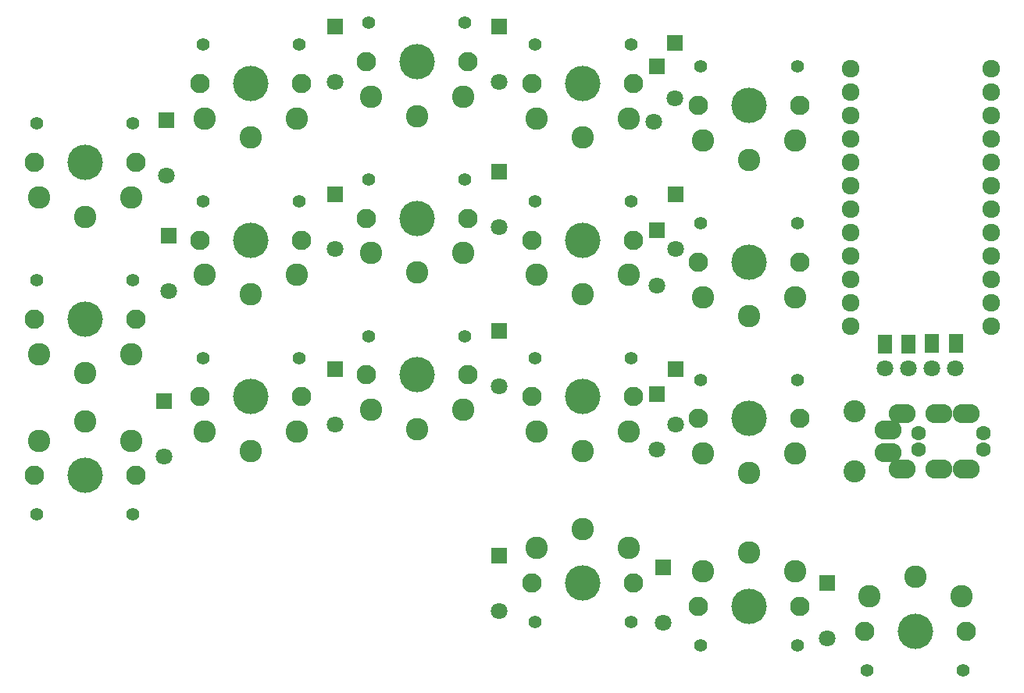
<source format=gts>
G04 #@! TF.GenerationSoftware,KiCad,Pcbnew,(5.1.4-0-10_14)*
G04 #@! TF.CreationDate,2020-06-25T09:28:44+01:00*
G04 #@! TF.ProjectId,crabby,63726162-6279-42e6-9b69-6361645f7063,2.1*
G04 #@! TF.SameCoordinates,Original*
G04 #@! TF.FileFunction,Soldermask,Top*
G04 #@! TF.FilePolarity,Negative*
%FSLAX46Y46*%
G04 Gerber Fmt 4.6, Leading zero omitted, Abs format (unit mm)*
G04 Created by KiCad (PCBNEW (5.1.4-0-10_14)) date 2020-06-25 09:28:44*
%MOMM*%
%LPD*%
G04 APERTURE LIST*
%ADD10C,1.390600*%
%ADD11C,2.432000*%
%ADD12C,3.829000*%
%ADD13C,2.101800*%
%ADD14C,2.400000*%
%ADD15C,1.797000*%
%ADD16R,1.543000X1.035000*%
%ADD17R,1.797000X1.797000*%
%ADD18C,1.924000*%
%ADD19O,2.900000X2.100000*%
%ADD20C,1.600000*%
G04 APERTURE END LIST*
D10*
X38780000Y-32900000D03*
D11*
X49000000Y-40900000D03*
D12*
X44000000Y-37100000D03*
D11*
X39000000Y-40900000D03*
X44000000Y-43000000D03*
D10*
X49220000Y-32900000D03*
D13*
X49500000Y-37100000D03*
X38500000Y-37100000D03*
D10*
X56780000Y-24340000D03*
D11*
X67000000Y-32340000D03*
D12*
X62000000Y-28540000D03*
D11*
X57000000Y-32340000D03*
X62000000Y-34440000D03*
D10*
X67220000Y-24340000D03*
D13*
X67500000Y-28540000D03*
X56500000Y-28540000D03*
D10*
X74780000Y-21980000D03*
D11*
X85000000Y-29980000D03*
D12*
X80000000Y-26180000D03*
D11*
X75000000Y-29980000D03*
X80000000Y-32080000D03*
D10*
X85220000Y-21980000D03*
D13*
X85500000Y-26180000D03*
X74500000Y-26180000D03*
D10*
X92780000Y-24340000D03*
D11*
X103000000Y-32340000D03*
D12*
X98000000Y-28540000D03*
D11*
X93000000Y-32340000D03*
X98000000Y-34440000D03*
D10*
X103220000Y-24340000D03*
D13*
X103500000Y-28540000D03*
X92500000Y-28540000D03*
D10*
X110780000Y-26720000D03*
D11*
X121000000Y-34720000D03*
D12*
X116000000Y-30920000D03*
D11*
X111000000Y-34720000D03*
X116000000Y-36820000D03*
D10*
X121220000Y-26720000D03*
D13*
X121500000Y-30920000D03*
X110500000Y-30920000D03*
D10*
X38780000Y-49900000D03*
D11*
X49000000Y-57900000D03*
D12*
X44000000Y-54100000D03*
D11*
X39000000Y-57900000D03*
X44000000Y-60000000D03*
D10*
X49220000Y-49900000D03*
D13*
X49500000Y-54100000D03*
X38500000Y-54100000D03*
D10*
X56780000Y-41340000D03*
D11*
X67000000Y-49340000D03*
D12*
X62000000Y-45540000D03*
D11*
X57000000Y-49340000D03*
X62000000Y-51440000D03*
D10*
X67220000Y-41340000D03*
D13*
X67500000Y-45540000D03*
X56500000Y-45540000D03*
D10*
X74780000Y-38970000D03*
D11*
X85000000Y-46970000D03*
D12*
X80000000Y-43170000D03*
D11*
X75000000Y-46970000D03*
X80000000Y-49070000D03*
D10*
X85220000Y-38970000D03*
D13*
X85500000Y-43170000D03*
X74500000Y-43170000D03*
D10*
X92780000Y-41340000D03*
D11*
X103000000Y-49340000D03*
D12*
X98000000Y-45540000D03*
D11*
X93000000Y-49340000D03*
X98000000Y-51440000D03*
D10*
X103220000Y-41340000D03*
D13*
X103500000Y-45540000D03*
X92500000Y-45540000D03*
D10*
X110780000Y-43720000D03*
D11*
X121000000Y-51720000D03*
D12*
X116000000Y-47920000D03*
D11*
X111000000Y-51720000D03*
X116000000Y-53820000D03*
D10*
X121220000Y-43720000D03*
D13*
X121500000Y-47920000D03*
X110500000Y-47920000D03*
D10*
X38780000Y-75305000D03*
D11*
X49000000Y-67305000D03*
D12*
X44000000Y-71105000D03*
D11*
X39000000Y-67305000D03*
X44000000Y-65205000D03*
D10*
X49220000Y-75305000D03*
D13*
X49500000Y-71105000D03*
X38500000Y-71105000D03*
D10*
X56780000Y-58345000D03*
D11*
X67000000Y-66345000D03*
D12*
X62000000Y-62545000D03*
D11*
X57000000Y-66345000D03*
X62000000Y-68445000D03*
D10*
X67220000Y-58345000D03*
D13*
X67500000Y-62545000D03*
X56500000Y-62545000D03*
D10*
X74780000Y-55970000D03*
D11*
X85000000Y-63970000D03*
D12*
X80000000Y-60170000D03*
D11*
X75000000Y-63970000D03*
X80000000Y-66070000D03*
D10*
X85220000Y-55970000D03*
D13*
X85500000Y-60170000D03*
X74500000Y-60170000D03*
D10*
X92780000Y-58345000D03*
D11*
X103000000Y-66345000D03*
D12*
X98000000Y-62545000D03*
D11*
X93000000Y-66345000D03*
X98000000Y-68445000D03*
D10*
X103220000Y-58345000D03*
D13*
X103500000Y-62545000D03*
X92500000Y-62545000D03*
D10*
X128780000Y-92200000D03*
D11*
X139000000Y-84200000D03*
D12*
X134000000Y-88000000D03*
D11*
X129000000Y-84200000D03*
X134000000Y-82100000D03*
D10*
X139220000Y-92200000D03*
D13*
X139500000Y-88000000D03*
X128500000Y-88000000D03*
D10*
X92780000Y-86980000D03*
D11*
X103000000Y-78980000D03*
D12*
X98000000Y-82780000D03*
D11*
X93000000Y-78980000D03*
X98000000Y-76880000D03*
D10*
X103220000Y-86980000D03*
D13*
X103500000Y-82780000D03*
X92500000Y-82780000D03*
D10*
X110780000Y-60720000D03*
D11*
X121000000Y-68720000D03*
D12*
X116000000Y-64920000D03*
D11*
X111000000Y-68720000D03*
X116000000Y-70820000D03*
D10*
X121220000Y-60720000D03*
D13*
X121500000Y-64920000D03*
X110500000Y-64920000D03*
D10*
X110780000Y-89520000D03*
D11*
X121000000Y-81520000D03*
D12*
X116000000Y-85320000D03*
D11*
X111000000Y-81520000D03*
X116000000Y-79420000D03*
D10*
X121220000Y-89520000D03*
D13*
X121500000Y-85320000D03*
X110500000Y-85320000D03*
D14*
X127390000Y-70610000D03*
X127390000Y-64110000D03*
D15*
X138320000Y-59450000D03*
X135780000Y-59450000D03*
X133240000Y-59450000D03*
X130700000Y-59450000D03*
D16*
X138410000Y-56280000D03*
X138410000Y-57280760D03*
X135840000Y-57290380D03*
X135840000Y-56289620D03*
X133240000Y-56309620D03*
X133240000Y-57310380D03*
X130700000Y-57340380D03*
X130700000Y-56339620D03*
D15*
X108000000Y-65545000D03*
D17*
X108000000Y-59545000D03*
D18*
X127011400Y-26922000D03*
X127011400Y-29462000D03*
X127011400Y-32002000D03*
X127011400Y-34542000D03*
X127011400Y-37082000D03*
X127011400Y-39622000D03*
X127011400Y-42162000D03*
X127011400Y-44702000D03*
X127011400Y-47242000D03*
X127011400Y-49782000D03*
X127011400Y-52322000D03*
X127011400Y-54862000D03*
X142231400Y-54862000D03*
X142231400Y-52322000D03*
X142231400Y-49782000D03*
X142231400Y-47242000D03*
X142231400Y-44702000D03*
X142231400Y-42162000D03*
X142231400Y-39622000D03*
X142231400Y-37082000D03*
X142231400Y-34542000D03*
X142231400Y-32002000D03*
X142231400Y-29462000D03*
X142231400Y-26922000D03*
D19*
X131060000Y-66150000D03*
X132560000Y-70350000D03*
X136560000Y-70350000D03*
X139560000Y-70350000D03*
D20*
X134360000Y-68250000D03*
X141360000Y-68250000D03*
D19*
X136560000Y-64400000D03*
X139560000Y-64400000D03*
X131060000Y-68600000D03*
X132560000Y-64400000D03*
D20*
X141360000Y-66500000D03*
X134360000Y-66500000D03*
D15*
X52840000Y-38560000D03*
D17*
X52840000Y-32560000D03*
X71120000Y-22400000D03*
D15*
X71120000Y-28400000D03*
X88900000Y-28400000D03*
D17*
X88900000Y-22400000D03*
D15*
X105680000Y-32670000D03*
D17*
X106000000Y-26670000D03*
D15*
X107950000Y-30130000D03*
D17*
X107950000Y-24130000D03*
D15*
X53070000Y-51060000D03*
D17*
X53070000Y-45060000D03*
X71120000Y-40545000D03*
D15*
X71120000Y-46545000D03*
X88900000Y-44170000D03*
D17*
X88900000Y-38170000D03*
D15*
X106000000Y-50450000D03*
D17*
X106000000Y-44450000D03*
D15*
X108000000Y-46545000D03*
D17*
X108000000Y-40545000D03*
D15*
X52570000Y-68995000D03*
D17*
X52570000Y-62995000D03*
D15*
X71120000Y-65545000D03*
D17*
X71120000Y-59545000D03*
X88900000Y-55420000D03*
D15*
X88900000Y-61420000D03*
X106000000Y-68230000D03*
D17*
X106000000Y-62230000D03*
D15*
X88900000Y-85780000D03*
D17*
X88900000Y-79780000D03*
D15*
X106680000Y-87050000D03*
D17*
X106680000Y-81050000D03*
D15*
X124460000Y-88780000D03*
D17*
X124460000Y-82780000D03*
M02*

</source>
